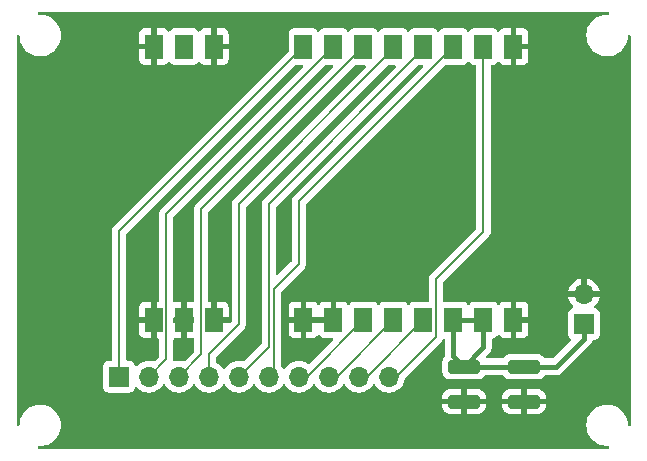
<source format=gtl>
G04 #@! TF.GenerationSoftware,KiCad,Pcbnew,8.0.8*
G04 #@! TF.CreationDate,2025-02-15T12:45:03+02:00*
G04 #@! TF.ProjectId,E900M30S shield,45393030-4d33-4305-9320-736869656c64,rev?*
G04 #@! TF.SameCoordinates,Original*
G04 #@! TF.FileFunction,Copper,L1,Top*
G04 #@! TF.FilePolarity,Positive*
%FSLAX46Y46*%
G04 Gerber Fmt 4.6, Leading zero omitted, Abs format (unit mm)*
G04 Created by KiCad (PCBNEW 8.0.8) date 2025-02-15 12:45:03*
%MOMM*%
%LPD*%
G01*
G04 APERTURE LIST*
G04 Aperture macros list*
%AMRoundRect*
0 Rectangle with rounded corners*
0 $1 Rounding radius*
0 $2 $3 $4 $5 $6 $7 $8 $9 X,Y pos of 4 corners*
0 Add a 4 corners polygon primitive as box body*
4,1,4,$2,$3,$4,$5,$6,$7,$8,$9,$2,$3,0*
0 Add four circle primitives for the rounded corners*
1,1,$1+$1,$2,$3*
1,1,$1+$1,$4,$5*
1,1,$1+$1,$6,$7*
1,1,$1+$1,$8,$9*
0 Add four rect primitives between the rounded corners*
20,1,$1+$1,$2,$3,$4,$5,0*
20,1,$1+$1,$4,$5,$6,$7,0*
20,1,$1+$1,$6,$7,$8,$9,0*
20,1,$1+$1,$8,$9,$2,$3,0*%
G04 Aperture macros list end*
G04 #@! TA.AperFunction,ComponentPad*
%ADD10R,1.700000X1.700000*%
G04 #@! TD*
G04 #@! TA.AperFunction,ComponentPad*
%ADD11O,1.700000X1.700000*%
G04 #@! TD*
G04 #@! TA.AperFunction,SMDPad,CuDef*
%ADD12RoundRect,0.250000X-1.100000X0.325000X-1.100000X-0.325000X1.100000X-0.325000X1.100000X0.325000X0*%
G04 #@! TD*
G04 #@! TA.AperFunction,SMDPad,CuDef*
%ADD13R,1.510000X2.080000*%
G04 #@! TD*
G04 #@! TA.AperFunction,ViaPad*
%ADD14C,0.600000*%
G04 #@! TD*
G04 #@! TA.AperFunction,Conductor*
%ADD15C,0.400000*%
G04 #@! TD*
G04 #@! TA.AperFunction,Conductor*
%ADD16C,0.200000*%
G04 #@! TD*
G04 APERTURE END LIST*
D10*
G04 #@! TO.P,J1,1*
G04 #@! TO.N,NSS*
X119380000Y-128905000D03*
D11*
G04 #@! TO.P,J1,2*
G04 #@! TO.N,SCK*
X121920000Y-128905000D03*
G04 #@! TO.P,J1,3*
G04 #@! TO.N,MOSI*
X124460000Y-128905000D03*
G04 #@! TO.P,J1,4*
G04 #@! TO.N,MISO*
X127000000Y-128905000D03*
G04 #@! TO.P,J1,5*
G04 #@! TO.N,RST*
X129540000Y-128905000D03*
G04 #@! TO.P,J1,6*
G04 #@! TO.N,BUSY*
X132080000Y-128905000D03*
G04 #@! TO.P,J1,7*
G04 #@! TO.N,RXEN*
X134620000Y-128905000D03*
G04 #@! TO.P,J1,8*
G04 #@! TO.N,TXEN*
X137160000Y-128905000D03*
G04 #@! TO.P,J1,9*
G04 #@! TO.N,DIO2*
X139700000Y-128905000D03*
G04 #@! TO.P,J1,10*
G04 #@! TO.N,DIO1*
X142240000Y-128905000D03*
G04 #@! TD*
D10*
G04 #@! TO.P,J2,1*
G04 #@! TO.N,+5V*
X158750000Y-124460000D03*
D11*
G04 #@! TO.P,J2,2*
G04 #@! TO.N,GND*
X158750000Y-121920000D03*
G04 #@! TD*
D12*
G04 #@! TO.P,C1,1*
G04 #@! TO.N,+5V*
X148590000Y-128065000D03*
G04 #@! TO.P,C1,2*
G04 #@! TO.N,GND*
X148590000Y-131015000D03*
G04 #@! TD*
D13*
G04 #@! TO.P,U1,1,GND*
G04 #@! TO.N,GND*
X122330000Y-124110000D03*
G04 #@! TO.P,U1,2,GND*
X124870000Y-124110000D03*
G04 #@! TO.P,U1,3,GND*
X127410000Y-124110000D03*
G04 #@! TO.P,U1,4,GND*
X135010000Y-124110000D03*
G04 #@! TO.P,U1,5,GND*
X137550000Y-124110000D03*
G04 #@! TO.P,U1,6,RXEN*
G04 #@! TO.N,RXEN*
X140090000Y-124110000D03*
G04 #@! TO.P,U1,7,TXEN*
G04 #@! TO.N,TXEN*
X142630000Y-124110000D03*
G04 #@! TO.P,U1,8,DIO2*
G04 #@! TO.N,DIO2*
X145170000Y-124110000D03*
G04 #@! TO.P,U1,9,VCC*
G04 #@! TO.N,+5V*
X147710000Y-124110000D03*
G04 #@! TO.P,U1,10,VCC*
X150250000Y-124110000D03*
G04 #@! TO.P,U1,11,GND*
G04 #@! TO.N,GND*
X152790000Y-124110000D03*
G04 #@! TO.P,U1,12,GND*
X152790000Y-100960000D03*
G04 #@! TO.P,U1,13,DIO1*
G04 #@! TO.N,DIO1*
X150250000Y-100960000D03*
G04 #@! TO.P,U1,14,BUSY*
G04 #@! TO.N,BUSY*
X147710000Y-100960000D03*
G04 #@! TO.P,U1,15,~{RST}*
G04 #@! TO.N,RST*
X145170000Y-100960000D03*
G04 #@! TO.P,U1,16,MISO*
G04 #@! TO.N,MISO*
X142630000Y-100960000D03*
G04 #@! TO.P,U1,17,MOSI*
G04 #@! TO.N,MOSI*
X140090000Y-100960000D03*
G04 #@! TO.P,U1,18,SCK*
G04 #@! TO.N,SCK*
X137550000Y-100960000D03*
G04 #@! TO.P,U1,19,NSS*
G04 #@! TO.N,NSS*
X135010000Y-100960000D03*
G04 #@! TO.P,U1,20,GND*
G04 #@! TO.N,GND*
X127410000Y-100960000D03*
G04 #@! TO.P,U1,21,ANT*
G04 #@! TO.N,unconnected-(U1-ANT-Pad21)*
X124870000Y-100960000D03*
G04 #@! TO.P,U1,22,GND*
G04 #@! TO.N,GND*
X122330000Y-100960000D03*
G04 #@! TD*
D12*
G04 #@! TO.P,C2,1*
G04 #@! TO.N,+5V*
X153670000Y-128065000D03*
G04 #@! TO.P,C2,2*
G04 #@! TO.N,GND*
X153670000Y-131015000D03*
G04 #@! TD*
D14*
G04 #@! TO.N,GND*
X130889632Y-121781551D03*
X122309986Y-103173605D03*
X152741659Y-121781551D03*
X127381931Y-103173605D03*
X133307102Y-116946612D03*
X135108353Y-121781551D03*
X152783863Y-103173605D03*
X127429333Y-121781551D03*
X124917061Y-121781551D03*
X137620625Y-121781551D03*
X122357387Y-121781551D03*
G04 #@! TD*
D15*
G04 #@! TO.N,+5V*
X158750000Y-125730000D02*
X156415000Y-128065000D01*
X148590000Y-128065000D02*
X147710000Y-127185000D01*
X156415000Y-128065000D02*
X153670000Y-128065000D01*
X148590000Y-128065000D02*
X150250000Y-126405000D01*
X147710000Y-124110000D02*
X150250000Y-124110000D01*
X147710000Y-127185000D02*
X147710000Y-124110000D01*
X153670000Y-128065000D02*
X148590000Y-128065000D01*
X150250000Y-126405000D02*
X150250000Y-124110000D01*
X158750000Y-124460000D02*
X158750000Y-125730000D01*
D16*
G04 #@! TO.N,GND*
X127000000Y-123700000D02*
X127410000Y-124110000D01*
X134620000Y-123720000D02*
X135010000Y-124110000D01*
G04 #@! TO.N,MISO*
X129540000Y-124460000D02*
X127000000Y-127000000D01*
X127000000Y-127000000D02*
X127000000Y-128905000D01*
X129540000Y-114300000D02*
X129540000Y-124460000D01*
X142630000Y-100960000D02*
X142630000Y-101210000D01*
X142630000Y-101210000D02*
X129540000Y-114300000D01*
G04 #@! TO.N,RXEN*
X135295000Y-128905000D02*
X134620000Y-128905000D01*
X140090000Y-124110000D02*
X135295000Y-128905000D01*
G04 #@! TO.N,MOSI*
X126355000Y-127010000D02*
X124460000Y-128905000D01*
X140090000Y-100960000D02*
X126355000Y-114695000D01*
X126355000Y-114695000D02*
X126355000Y-127010000D01*
G04 #@! TO.N,DIO1*
X150250000Y-116635000D02*
X146225000Y-120660000D01*
X142875000Y-128905000D02*
X142240000Y-128905000D01*
X150250000Y-100960000D02*
X150250000Y-116635000D01*
X146225000Y-125555000D02*
X142875000Y-128905000D01*
X146225000Y-120660000D02*
X146225000Y-125555000D01*
G04 #@! TO.N,NSS*
X135010000Y-100960000D02*
X119380000Y-116590000D01*
X119380000Y-116590000D02*
X119380000Y-128905000D01*
G04 #@! TO.N,DIO2*
X140375000Y-128905000D02*
X139700000Y-128905000D01*
X145170000Y-124110000D02*
X140375000Y-128905000D01*
G04 #@! TO.N,TXEN*
X137835000Y-128905000D02*
X137160000Y-128905000D01*
X142630000Y-124110000D02*
X137835000Y-128905000D01*
G04 #@! TO.N,BUSY*
X134620000Y-119380000D02*
X132480000Y-121520000D01*
X132610000Y-128905000D02*
X132080000Y-128905000D01*
X132480000Y-121520000D02*
X132480000Y-128505000D01*
X134620000Y-114050000D02*
X134620000Y-119380000D01*
X132480000Y-128505000D02*
X132080000Y-128905000D01*
X147710000Y-100960000D02*
X134620000Y-114050000D01*
G04 #@! TO.N,SCK*
X123385000Y-127440000D02*
X121920000Y-128905000D01*
X123385000Y-115125000D02*
X123385000Y-127440000D01*
X137550000Y-100960000D02*
X123385000Y-115125000D01*
G04 #@! TO.N,RST*
X132080000Y-114300000D02*
X132080000Y-126365000D01*
X145170000Y-100960000D02*
X145170000Y-101210000D01*
X145170000Y-101210000D02*
X132080000Y-114300000D01*
X132080000Y-126365000D02*
X129540000Y-128905000D01*
G04 #@! TD*
G04 #@! TA.AperFunction,Conductor*
G04 #@! TO.N,GND*
G36*
X142797941Y-102520184D02*
G01*
X142843696Y-102572988D01*
X142853640Y-102642146D01*
X142824615Y-102705702D01*
X142818583Y-102712180D01*
X131711286Y-113819478D01*
X131599481Y-113931282D01*
X131599479Y-113931285D01*
X131549361Y-114018094D01*
X131549359Y-114018096D01*
X131520425Y-114068209D01*
X131520424Y-114068210D01*
X131520423Y-114068215D01*
X131479499Y-114220943D01*
X131479499Y-114220945D01*
X131479499Y-114389046D01*
X131479500Y-114389059D01*
X131479500Y-126064902D01*
X131459815Y-126131941D01*
X131443181Y-126152583D01*
X130023530Y-127572233D01*
X129962207Y-127605718D01*
X129903756Y-127604327D01*
X129775413Y-127569938D01*
X129775403Y-127569936D01*
X129540001Y-127549341D01*
X129539999Y-127549341D01*
X129304596Y-127569936D01*
X129304586Y-127569938D01*
X129076344Y-127631094D01*
X129076335Y-127631098D01*
X128862171Y-127730964D01*
X128862169Y-127730965D01*
X128668597Y-127866505D01*
X128501505Y-128033597D01*
X128371575Y-128219158D01*
X128316998Y-128262783D01*
X128247500Y-128269977D01*
X128185145Y-128238454D01*
X128168425Y-128219158D01*
X128038494Y-128033597D01*
X127871402Y-127866506D01*
X127871395Y-127866501D01*
X127843673Y-127847090D01*
X127794518Y-127812671D01*
X127677831Y-127730965D01*
X127677826Y-127730962D01*
X127672091Y-127728288D01*
X127619653Y-127682113D01*
X127600500Y-127615908D01*
X127600500Y-127300096D01*
X127620185Y-127233057D01*
X127636814Y-127212420D01*
X129898506Y-124950727D01*
X129898511Y-124950724D01*
X129908714Y-124940520D01*
X129908716Y-124940520D01*
X130020520Y-124828716D01*
X130099577Y-124691784D01*
X130140500Y-124539057D01*
X130140500Y-114600097D01*
X130160185Y-114533058D01*
X130176819Y-114512416D01*
X142152417Y-102536818D01*
X142213740Y-102503333D01*
X142240098Y-102500499D01*
X142730902Y-102500499D01*
X142797941Y-102520184D01*
G37*
G04 #@! TD.AperFunction*
G04 #@! TA.AperFunction,Conductor*
G36*
X149067682Y-102266447D02*
G01*
X149079259Y-102279808D01*
X149137454Y-102357546D01*
X149137455Y-102357546D01*
X149137456Y-102357548D01*
X149252664Y-102443793D01*
X149252671Y-102443797D01*
X149297618Y-102460561D01*
X149387517Y-102494091D01*
X149447127Y-102500500D01*
X149525500Y-102500499D01*
X149592538Y-102520183D01*
X149638294Y-102572986D01*
X149649500Y-102624499D01*
X149649500Y-116334902D01*
X149629815Y-116401941D01*
X149613181Y-116422583D01*
X145744481Y-120291282D01*
X145744479Y-120291285D01*
X145694361Y-120378094D01*
X145694359Y-120378096D01*
X145665425Y-120428209D01*
X145665424Y-120428210D01*
X145649544Y-120487472D01*
X145624499Y-120580943D01*
X145624499Y-120580945D01*
X145624499Y-120749046D01*
X145624500Y-120749059D01*
X145624500Y-122445500D01*
X145604815Y-122512539D01*
X145552011Y-122558294D01*
X145500500Y-122569500D01*
X144367129Y-122569500D01*
X144367123Y-122569501D01*
X144307516Y-122575908D01*
X144172671Y-122626202D01*
X144172664Y-122626206D01*
X144057455Y-122712452D01*
X144057452Y-122712455D01*
X143999266Y-122790182D01*
X143943332Y-122832053D01*
X143873641Y-122837037D01*
X143812318Y-122803551D01*
X143800734Y-122790182D01*
X143742547Y-122712455D01*
X143742544Y-122712452D01*
X143627335Y-122626206D01*
X143627328Y-122626202D01*
X143492482Y-122575908D01*
X143492483Y-122575908D01*
X143432883Y-122569501D01*
X143432881Y-122569500D01*
X143432873Y-122569500D01*
X143432864Y-122569500D01*
X141827129Y-122569500D01*
X141827123Y-122569501D01*
X141767516Y-122575908D01*
X141632671Y-122626202D01*
X141632664Y-122626206D01*
X141517455Y-122712452D01*
X141517452Y-122712455D01*
X141459266Y-122790182D01*
X141403332Y-122832053D01*
X141333641Y-122837037D01*
X141272318Y-122803551D01*
X141260734Y-122790182D01*
X141202547Y-122712455D01*
X141202544Y-122712452D01*
X141087335Y-122626206D01*
X141087328Y-122626202D01*
X140952482Y-122575908D01*
X140952483Y-122575908D01*
X140892883Y-122569501D01*
X140892881Y-122569500D01*
X140892873Y-122569500D01*
X140892864Y-122569500D01*
X139287129Y-122569500D01*
X139287123Y-122569501D01*
X139227516Y-122575908D01*
X139092671Y-122626202D01*
X139092664Y-122626206D01*
X138977455Y-122712452D01*
X138977454Y-122712453D01*
X138918952Y-122790600D01*
X138863018Y-122832470D01*
X138793326Y-122837453D01*
X138732004Y-122803966D01*
X138720421Y-122790598D01*
X138662190Y-122712812D01*
X138662187Y-122712809D01*
X138547093Y-122626649D01*
X138547086Y-122626645D01*
X138412379Y-122576403D01*
X138412372Y-122576401D01*
X138352844Y-122570000D01*
X137800000Y-122570000D01*
X137800000Y-123986000D01*
X137780315Y-124053039D01*
X137727511Y-124098794D01*
X137676000Y-124110000D01*
X137550000Y-124110000D01*
X137550000Y-124236000D01*
X137530315Y-124303039D01*
X137477511Y-124348794D01*
X137426000Y-124360000D01*
X135260000Y-124360000D01*
X135260000Y-125650000D01*
X135812828Y-125650000D01*
X135812844Y-125649999D01*
X135872372Y-125643598D01*
X135872379Y-125643596D01*
X136007086Y-125593354D01*
X136007093Y-125593350D01*
X136122187Y-125507190D01*
X136122190Y-125507187D01*
X136180734Y-125428984D01*
X136236668Y-125387113D01*
X136306359Y-125382129D01*
X136367682Y-125415615D01*
X136379266Y-125428984D01*
X136437809Y-125507187D01*
X136437812Y-125507190D01*
X136552906Y-125593350D01*
X136552913Y-125593354D01*
X136687620Y-125643596D01*
X136687627Y-125643598D01*
X136747155Y-125649999D01*
X136747172Y-125650000D01*
X137401402Y-125650000D01*
X137468441Y-125669685D01*
X137514196Y-125722489D01*
X137524140Y-125791647D01*
X137495115Y-125855203D01*
X137489083Y-125861681D01*
X135560773Y-127789990D01*
X135499450Y-127823475D01*
X135429758Y-127818491D01*
X135401970Y-127803885D01*
X135297830Y-127730965D01*
X135297829Y-127730964D01*
X135297827Y-127730963D01*
X135184387Y-127678065D01*
X135083663Y-127631097D01*
X135083659Y-127631096D01*
X135083655Y-127631094D01*
X134855413Y-127569938D01*
X134855403Y-127569936D01*
X134620001Y-127549341D01*
X134619999Y-127549341D01*
X134384596Y-127569936D01*
X134384586Y-127569938D01*
X134156344Y-127631094D01*
X134156335Y-127631098D01*
X133942171Y-127730964D01*
X133942169Y-127730965D01*
X133748597Y-127866505D01*
X133581505Y-128033597D01*
X133451575Y-128219158D01*
X133396998Y-128262783D01*
X133327500Y-128269977D01*
X133265145Y-128238454D01*
X133248425Y-128219158D01*
X133118494Y-128033597D01*
X133116819Y-128031922D01*
X133116315Y-128031000D01*
X133115014Y-128029449D01*
X133115325Y-128029187D01*
X133083334Y-127970599D01*
X133080500Y-127944241D01*
X133080500Y-125197844D01*
X133755000Y-125197844D01*
X133761401Y-125257372D01*
X133761403Y-125257379D01*
X133811645Y-125392086D01*
X133811649Y-125392093D01*
X133897809Y-125507187D01*
X133897812Y-125507190D01*
X134012906Y-125593350D01*
X134012913Y-125593354D01*
X134147620Y-125643596D01*
X134147627Y-125643598D01*
X134207155Y-125649999D01*
X134207172Y-125650000D01*
X134760000Y-125650000D01*
X134760000Y-124360000D01*
X133755000Y-124360000D01*
X133755000Y-125197844D01*
X133080500Y-125197844D01*
X133080500Y-123022155D01*
X133755000Y-123022155D01*
X133755000Y-123860000D01*
X134760000Y-123860000D01*
X135260000Y-123860000D01*
X137300000Y-123860000D01*
X137300000Y-122570000D01*
X136747155Y-122570000D01*
X136687627Y-122576401D01*
X136687620Y-122576403D01*
X136552913Y-122626645D01*
X136552906Y-122626649D01*
X136437812Y-122712809D01*
X136379266Y-122791016D01*
X136323332Y-122832886D01*
X136253640Y-122837870D01*
X136192317Y-122804384D01*
X136180734Y-122791016D01*
X136122187Y-122712809D01*
X136007093Y-122626649D01*
X136007086Y-122626645D01*
X135872379Y-122576403D01*
X135872372Y-122576401D01*
X135812844Y-122570000D01*
X135260000Y-122570000D01*
X135260000Y-123860000D01*
X134760000Y-123860000D01*
X134760000Y-122570000D01*
X134207155Y-122570000D01*
X134147627Y-122576401D01*
X134147620Y-122576403D01*
X134012913Y-122626645D01*
X134012906Y-122626649D01*
X133897812Y-122712809D01*
X133897809Y-122712812D01*
X133811649Y-122827906D01*
X133811645Y-122827913D01*
X133761403Y-122962620D01*
X133761401Y-122962627D01*
X133755000Y-123022155D01*
X133080500Y-123022155D01*
X133080500Y-121820096D01*
X133100185Y-121753057D01*
X133116814Y-121732420D01*
X134988713Y-119860521D01*
X134988716Y-119860520D01*
X135100520Y-119748716D01*
X135150639Y-119661904D01*
X135179577Y-119611785D01*
X135220501Y-119459057D01*
X135220501Y-119300943D01*
X135220501Y-119293348D01*
X135220500Y-119293330D01*
X135220500Y-114350096D01*
X135240185Y-114283057D01*
X135256814Y-114262420D01*
X146982416Y-102536817D01*
X147043739Y-102503333D01*
X147070097Y-102500499D01*
X148512871Y-102500499D01*
X148512872Y-102500499D01*
X148572483Y-102494091D01*
X148707331Y-102443796D01*
X148822546Y-102357546D01*
X148880735Y-102279815D01*
X148936667Y-102237946D01*
X149006359Y-102232962D01*
X149067682Y-102266447D01*
G37*
G04 #@! TD.AperFunction*
G04 #@! TA.AperFunction,Conductor*
G36*
X134927942Y-102520184D02*
G01*
X134973697Y-102572988D01*
X134983641Y-102642146D01*
X134954616Y-102705702D01*
X134948584Y-102712180D01*
X122904481Y-114756282D01*
X122904479Y-114756285D01*
X122854361Y-114843094D01*
X122854359Y-114843096D01*
X122825425Y-114893209D01*
X122825424Y-114893210D01*
X122825423Y-114893215D01*
X122784499Y-115045943D01*
X122784499Y-115045945D01*
X122784499Y-115214046D01*
X122784500Y-115214059D01*
X122784500Y-122446000D01*
X122764815Y-122513039D01*
X122712011Y-122558794D01*
X122660500Y-122570000D01*
X122580000Y-122570000D01*
X122580000Y-123860000D01*
X122660500Y-123860000D01*
X122727539Y-123879685D01*
X122773294Y-123932489D01*
X122784500Y-123984000D01*
X122784500Y-124236000D01*
X122764815Y-124303039D01*
X122712011Y-124348794D01*
X122660500Y-124360000D01*
X122580000Y-124360000D01*
X122580000Y-125650000D01*
X122660500Y-125650000D01*
X122727539Y-125669685D01*
X122773294Y-125722489D01*
X122784500Y-125774000D01*
X122784500Y-127139902D01*
X122764815Y-127206941D01*
X122748181Y-127227583D01*
X122403530Y-127572233D01*
X122342207Y-127605718D01*
X122283756Y-127604327D01*
X122155413Y-127569938D01*
X122155403Y-127569936D01*
X121920001Y-127549341D01*
X121919999Y-127549341D01*
X121684596Y-127569936D01*
X121684586Y-127569938D01*
X121456344Y-127631094D01*
X121456335Y-127631098D01*
X121242171Y-127730964D01*
X121242169Y-127730965D01*
X121048600Y-127866503D01*
X120926673Y-127988430D01*
X120865350Y-128021914D01*
X120795658Y-128016930D01*
X120739725Y-127975058D01*
X120722810Y-127944081D01*
X120673797Y-127812671D01*
X120673793Y-127812664D01*
X120587547Y-127697455D01*
X120587544Y-127697452D01*
X120472335Y-127611206D01*
X120472328Y-127611202D01*
X120337482Y-127560908D01*
X120337483Y-127560908D01*
X120277883Y-127554501D01*
X120277881Y-127554500D01*
X120277873Y-127554500D01*
X120277865Y-127554500D01*
X120104500Y-127554500D01*
X120037461Y-127534815D01*
X119991706Y-127482011D01*
X119980500Y-127430500D01*
X119980500Y-125197844D01*
X121075000Y-125197844D01*
X121081401Y-125257372D01*
X121081403Y-125257379D01*
X121131645Y-125392086D01*
X121131649Y-125392093D01*
X121217809Y-125507187D01*
X121217812Y-125507190D01*
X121332906Y-125593350D01*
X121332913Y-125593354D01*
X121467620Y-125643596D01*
X121467627Y-125643598D01*
X121527155Y-125649999D01*
X121527172Y-125650000D01*
X122080000Y-125650000D01*
X122080000Y-124360000D01*
X121075000Y-124360000D01*
X121075000Y-125197844D01*
X119980500Y-125197844D01*
X119980500Y-123022155D01*
X121075000Y-123022155D01*
X121075000Y-123860000D01*
X122080000Y-123860000D01*
X122080000Y-122570000D01*
X121527155Y-122570000D01*
X121467627Y-122576401D01*
X121467620Y-122576403D01*
X121332913Y-122626645D01*
X121332906Y-122626649D01*
X121217812Y-122712809D01*
X121217809Y-122712812D01*
X121131649Y-122827906D01*
X121131645Y-122827913D01*
X121081403Y-122962620D01*
X121081401Y-122962627D01*
X121075000Y-123022155D01*
X119980500Y-123022155D01*
X119980500Y-116890096D01*
X120000185Y-116823057D01*
X120016814Y-116802420D01*
X134282416Y-102536817D01*
X134343739Y-102503333D01*
X134370097Y-102500499D01*
X134860903Y-102500499D01*
X134927942Y-102520184D01*
G37*
G04 #@! TD.AperFunction*
G04 #@! TA.AperFunction,Conductor*
G36*
X137467942Y-102520184D02*
G01*
X137513697Y-102572988D01*
X137523641Y-102642146D01*
X137494616Y-102705702D01*
X137488584Y-102712180D01*
X125874481Y-114326282D01*
X125874479Y-114326284D01*
X125860732Y-114350096D01*
X125844012Y-114379057D01*
X125795423Y-114463215D01*
X125754499Y-114615943D01*
X125754499Y-114615945D01*
X125754499Y-114784046D01*
X125754500Y-114784059D01*
X125754500Y-122446000D01*
X125734815Y-122513039D01*
X125682011Y-122558794D01*
X125630500Y-122570000D01*
X125120000Y-122570000D01*
X125120000Y-123860000D01*
X125630500Y-123860000D01*
X125697539Y-123879685D01*
X125743294Y-123932489D01*
X125754500Y-123984000D01*
X125754500Y-124236000D01*
X125734815Y-124303039D01*
X125682011Y-124348794D01*
X125630500Y-124360000D01*
X125120000Y-124360000D01*
X125120000Y-125650000D01*
X125630500Y-125650000D01*
X125697539Y-125669685D01*
X125743294Y-125722489D01*
X125754500Y-125774000D01*
X125754500Y-126709902D01*
X125734815Y-126776941D01*
X125718181Y-126797583D01*
X124943530Y-127572233D01*
X124882207Y-127605718D01*
X124823756Y-127604327D01*
X124695413Y-127569938D01*
X124695403Y-127569936D01*
X124460001Y-127549341D01*
X124459999Y-127549341D01*
X124224596Y-127569936D01*
X124224586Y-127569938D01*
X124141594Y-127592176D01*
X124071744Y-127590513D01*
X124013882Y-127551350D01*
X123986378Y-127487122D01*
X123985501Y-127472401D01*
X123985501Y-127353348D01*
X123985500Y-127353330D01*
X123985500Y-125774000D01*
X124005185Y-125706961D01*
X124057989Y-125661206D01*
X124109500Y-125650000D01*
X124620000Y-125650000D01*
X124620000Y-124360000D01*
X124109500Y-124360000D01*
X124042461Y-124340315D01*
X123996706Y-124287511D01*
X123985500Y-124236000D01*
X123985500Y-123984000D01*
X124005185Y-123916961D01*
X124057989Y-123871206D01*
X124109500Y-123860000D01*
X124620000Y-123860000D01*
X124620000Y-122570000D01*
X124109500Y-122570000D01*
X124042461Y-122550315D01*
X123996706Y-122497511D01*
X123985500Y-122446000D01*
X123985500Y-115425096D01*
X124005185Y-115358057D01*
X124021814Y-115337420D01*
X136822416Y-102536817D01*
X136883739Y-102503333D01*
X136910097Y-102500499D01*
X137400903Y-102500499D01*
X137467942Y-102520184D01*
G37*
G04 #@! TD.AperFunction*
G04 #@! TA.AperFunction,Conductor*
G36*
X140257941Y-102520184D02*
G01*
X140303696Y-102572988D01*
X140313640Y-102642146D01*
X140284615Y-102705702D01*
X140278583Y-102712180D01*
X129171286Y-113819478D01*
X129059481Y-113931282D01*
X129059479Y-113931285D01*
X129009361Y-114018094D01*
X129009359Y-114018096D01*
X128980425Y-114068209D01*
X128980424Y-114068210D01*
X128980423Y-114068215D01*
X128939499Y-114220943D01*
X128939499Y-114220945D01*
X128939499Y-114389046D01*
X128939500Y-114389059D01*
X128939500Y-124159903D01*
X128919815Y-124226942D01*
X128903185Y-124247579D01*
X128847726Y-124303039D01*
X128815563Y-124335202D01*
X128754239Y-124368686D01*
X128684548Y-124363702D01*
X128678788Y-124360000D01*
X127079500Y-124360000D01*
X127012461Y-124340315D01*
X126966706Y-124287511D01*
X126955500Y-124236000D01*
X126955500Y-123984000D01*
X126975185Y-123916961D01*
X127027989Y-123871206D01*
X127079500Y-123860000D01*
X127160000Y-123860000D01*
X127660000Y-123860000D01*
X128665000Y-123860000D01*
X128665000Y-123022172D01*
X128664999Y-123022155D01*
X128658598Y-122962627D01*
X128658596Y-122962620D01*
X128608354Y-122827913D01*
X128608350Y-122827906D01*
X128522190Y-122712812D01*
X128522187Y-122712809D01*
X128407093Y-122626649D01*
X128407086Y-122626645D01*
X128272379Y-122576403D01*
X128272372Y-122576401D01*
X128212844Y-122570000D01*
X127660000Y-122570000D01*
X127660000Y-123860000D01*
X127160000Y-123860000D01*
X127160000Y-122570000D01*
X127079500Y-122570000D01*
X127012461Y-122550315D01*
X126966706Y-122497511D01*
X126955500Y-122446000D01*
X126955500Y-114995096D01*
X126975185Y-114928057D01*
X126991814Y-114907420D01*
X139362416Y-102536817D01*
X139423739Y-102503333D01*
X139450097Y-102500499D01*
X140190902Y-102500499D01*
X140257941Y-102520184D01*
G37*
G04 #@! TD.AperFunction*
G04 #@! TA.AperFunction,Conductor*
G36*
X145087941Y-102520184D02*
G01*
X145133696Y-102572988D01*
X145143640Y-102642146D01*
X145114615Y-102705702D01*
X145108583Y-102712180D01*
X134251286Y-113569478D01*
X134139481Y-113681282D01*
X134139479Y-113681285D01*
X134089361Y-113768094D01*
X134089359Y-113768096D01*
X134060425Y-113818209D01*
X134060424Y-113818210D01*
X134060084Y-113819480D01*
X134019499Y-113970943D01*
X134019499Y-113970945D01*
X134019499Y-114139046D01*
X134019500Y-114139059D01*
X134019500Y-119079903D01*
X133999815Y-119146942D01*
X133983181Y-119167584D01*
X132892181Y-120258584D01*
X132830858Y-120292069D01*
X132761166Y-120287085D01*
X132705233Y-120245213D01*
X132680816Y-120179749D01*
X132680500Y-120170903D01*
X132680500Y-114600097D01*
X132700185Y-114533058D01*
X132716819Y-114512416D01*
X144692417Y-102536818D01*
X144753740Y-102503333D01*
X144780098Y-102500499D01*
X145020902Y-102500499D01*
X145087941Y-102520184D01*
G37*
G04 #@! TD.AperFunction*
G04 #@! TA.AperFunction,Conductor*
G36*
X160721121Y-98020020D02*
G01*
X160805223Y-98021520D01*
X160871901Y-98042397D01*
X160916707Y-98096008D01*
X160925416Y-98165333D01*
X160895262Y-98228361D01*
X160835820Y-98265081D01*
X160803012Y-98269500D01*
X160588812Y-98269500D01*
X160440452Y-98291863D01*
X160329385Y-98308604D01*
X160329382Y-98308605D01*
X160329376Y-98308606D01*
X160078673Y-98385938D01*
X159842303Y-98499767D01*
X159842302Y-98499768D01*
X159625520Y-98647567D01*
X159433198Y-98826014D01*
X159269614Y-99031143D01*
X159138432Y-99258356D01*
X159042582Y-99502578D01*
X159042576Y-99502597D01*
X158984197Y-99758374D01*
X158984196Y-99758379D01*
X158964592Y-100019995D01*
X158964592Y-100020004D01*
X158984196Y-100281620D01*
X158984197Y-100281625D01*
X159042576Y-100537402D01*
X159042578Y-100537411D01*
X159042580Y-100537416D01*
X159138432Y-100781643D01*
X159269614Y-101008857D01*
X159401736Y-101174533D01*
X159433198Y-101213985D01*
X159541962Y-101314902D01*
X159625521Y-101392433D01*
X159842296Y-101540228D01*
X159842301Y-101540230D01*
X159842302Y-101540231D01*
X159842303Y-101540232D01*
X159967843Y-101600688D01*
X160078673Y-101654061D01*
X160078674Y-101654061D01*
X160078677Y-101654063D01*
X160329385Y-101731396D01*
X160588818Y-101770500D01*
X160851182Y-101770500D01*
X161110615Y-101731396D01*
X161361323Y-101654063D01*
X161597704Y-101540228D01*
X161814479Y-101392433D01*
X162006805Y-101213981D01*
X162170386Y-101008857D01*
X162301568Y-100781643D01*
X162397420Y-100537416D01*
X162455802Y-100281630D01*
X162462910Y-100186779D01*
X162472347Y-100060852D01*
X162496986Y-99995471D01*
X162553061Y-99953790D01*
X162622769Y-99949042D01*
X162683979Y-99982735D01*
X162717255Y-100044172D01*
X162720000Y-100070118D01*
X162720000Y-132969881D01*
X162700315Y-133036920D01*
X162647511Y-133082675D01*
X162578353Y-133092619D01*
X162514797Y-133063594D01*
X162477023Y-133004816D01*
X162472347Y-132979147D01*
X162455803Y-132758379D01*
X162455802Y-132758374D01*
X162455802Y-132758370D01*
X162397420Y-132502584D01*
X162301568Y-132258357D01*
X162170386Y-132031143D01*
X162006805Y-131826019D01*
X162006804Y-131826018D01*
X162006801Y-131826014D01*
X161814479Y-131647567D01*
X161597704Y-131499772D01*
X161597700Y-131499770D01*
X161597697Y-131499768D01*
X161597696Y-131499767D01*
X161361325Y-131385938D01*
X161361327Y-131385938D01*
X161110623Y-131308606D01*
X161110619Y-131308605D01*
X161110615Y-131308604D01*
X160985823Y-131289794D01*
X160851187Y-131269500D01*
X160851182Y-131269500D01*
X160588818Y-131269500D01*
X160588812Y-131269500D01*
X160427247Y-131293853D01*
X160329385Y-131308604D01*
X160329382Y-131308605D01*
X160329376Y-131308606D01*
X160078673Y-131385938D01*
X159842303Y-131499767D01*
X159842302Y-131499768D01*
X159625520Y-131647567D01*
X159433198Y-131826014D01*
X159269614Y-132031143D01*
X159138432Y-132258356D01*
X159042582Y-132502578D01*
X159042576Y-132502597D01*
X158984197Y-132758374D01*
X158984196Y-132758379D01*
X158964592Y-133019995D01*
X158964592Y-133020004D01*
X158984196Y-133281620D01*
X158984197Y-133281625D01*
X159042576Y-133537402D01*
X159042578Y-133537411D01*
X159042580Y-133537416D01*
X159138432Y-133781643D01*
X159269614Y-134008857D01*
X159358562Y-134120394D01*
X159433198Y-134213985D01*
X159614753Y-134382441D01*
X159625521Y-134392433D01*
X159842296Y-134540228D01*
X159842301Y-134540230D01*
X159842302Y-134540231D01*
X159842303Y-134540232D01*
X159967843Y-134600688D01*
X160078673Y-134654061D01*
X160078674Y-134654061D01*
X160078677Y-134654063D01*
X160329385Y-134731396D01*
X160588818Y-134770500D01*
X160803012Y-134770500D01*
X160870051Y-134790185D01*
X160915806Y-134842989D01*
X160925750Y-134912147D01*
X160896725Y-134975703D01*
X160837947Y-135013477D01*
X160805223Y-135018480D01*
X160721121Y-135019980D01*
X160718910Y-135020000D01*
X112721090Y-135020000D01*
X112718879Y-135019980D01*
X112634777Y-135018480D01*
X112568099Y-134997603D01*
X112523293Y-134943992D01*
X112514584Y-134874667D01*
X112544738Y-134811639D01*
X112604180Y-134774919D01*
X112636988Y-134770500D01*
X112851182Y-134770500D01*
X113110615Y-134731396D01*
X113361323Y-134654063D01*
X113597704Y-134540228D01*
X113814479Y-134392433D01*
X113963733Y-134253945D01*
X114006801Y-134213985D01*
X114006801Y-134213983D01*
X114006805Y-134213981D01*
X114170386Y-134008857D01*
X114301568Y-133781643D01*
X114397420Y-133537416D01*
X114455802Y-133281630D01*
X114470091Y-133090957D01*
X114475408Y-133020004D01*
X114475408Y-133019995D01*
X114455803Y-132758379D01*
X114455802Y-132758374D01*
X114455802Y-132758370D01*
X114397420Y-132502584D01*
X114301568Y-132258357D01*
X114170386Y-132031143D01*
X114006805Y-131826019D01*
X114006804Y-131826018D01*
X114006801Y-131826014D01*
X113814479Y-131647567D01*
X113597704Y-131499772D01*
X113597700Y-131499770D01*
X113597697Y-131499768D01*
X113597696Y-131499767D01*
X113369731Y-131389986D01*
X146740001Y-131389986D01*
X146750494Y-131492697D01*
X146805641Y-131659119D01*
X146805643Y-131659124D01*
X146897684Y-131808345D01*
X147021654Y-131932315D01*
X147170875Y-132024356D01*
X147170880Y-132024358D01*
X147337302Y-132079505D01*
X147337309Y-132079506D01*
X147440019Y-132089999D01*
X148339999Y-132089999D01*
X148840000Y-132089999D01*
X149739972Y-132089999D01*
X149739986Y-132089998D01*
X149842697Y-132079505D01*
X150009119Y-132024358D01*
X150009124Y-132024356D01*
X150158345Y-131932315D01*
X150282315Y-131808345D01*
X150374356Y-131659124D01*
X150374358Y-131659119D01*
X150429505Y-131492697D01*
X150429506Y-131492690D01*
X150439999Y-131389986D01*
X151820001Y-131389986D01*
X151830494Y-131492697D01*
X151885641Y-131659119D01*
X151885643Y-131659124D01*
X151977684Y-131808345D01*
X152101654Y-131932315D01*
X152250875Y-132024356D01*
X152250880Y-132024358D01*
X152417302Y-132079505D01*
X152417309Y-132079506D01*
X152520019Y-132089999D01*
X153419999Y-132089999D01*
X153920000Y-132089999D01*
X154819972Y-132089999D01*
X154819986Y-132089998D01*
X154922697Y-132079505D01*
X155089119Y-132024358D01*
X155089124Y-132024356D01*
X155238345Y-131932315D01*
X155362315Y-131808345D01*
X155454356Y-131659124D01*
X155454358Y-131659119D01*
X155509505Y-131492697D01*
X155509506Y-131492690D01*
X155519999Y-131389986D01*
X155520000Y-131389973D01*
X155520000Y-131265000D01*
X153920000Y-131265000D01*
X153920000Y-132089999D01*
X153419999Y-132089999D01*
X153420000Y-132089998D01*
X153420000Y-131265000D01*
X151820001Y-131265000D01*
X151820001Y-131389986D01*
X150439999Y-131389986D01*
X150440000Y-131389973D01*
X150440000Y-131265000D01*
X148840000Y-131265000D01*
X148840000Y-132089999D01*
X148339999Y-132089999D01*
X148340000Y-132089998D01*
X148340000Y-131265000D01*
X146740001Y-131265000D01*
X146740001Y-131389986D01*
X113369731Y-131389986D01*
X113361325Y-131385938D01*
X113361327Y-131385938D01*
X113110623Y-131308606D01*
X113110619Y-131308605D01*
X113110615Y-131308604D01*
X112985823Y-131289794D01*
X112851187Y-131269500D01*
X112851182Y-131269500D01*
X112588818Y-131269500D01*
X112588812Y-131269500D01*
X112427247Y-131293853D01*
X112329385Y-131308604D01*
X112329382Y-131308605D01*
X112329376Y-131308606D01*
X112078673Y-131385938D01*
X111842303Y-131499767D01*
X111842302Y-131499768D01*
X111625520Y-131647567D01*
X111433198Y-131826014D01*
X111269614Y-132031143D01*
X111138432Y-132258356D01*
X111042582Y-132502578D01*
X111042576Y-132502597D01*
X110984197Y-132758374D01*
X110984196Y-132758379D01*
X110967653Y-132979147D01*
X110943014Y-133044528D01*
X110886939Y-133086209D01*
X110817230Y-133090957D01*
X110756021Y-133057264D01*
X110722745Y-132995827D01*
X110720000Y-132969881D01*
X110720000Y-130640013D01*
X146740000Y-130640013D01*
X146740000Y-130765000D01*
X148340000Y-130765000D01*
X148840000Y-130765000D01*
X150439999Y-130765000D01*
X150439999Y-130640028D01*
X150439998Y-130640013D01*
X151820000Y-130640013D01*
X151820000Y-130765000D01*
X153420000Y-130765000D01*
X153920000Y-130765000D01*
X155519999Y-130765000D01*
X155519999Y-130640028D01*
X155519998Y-130640013D01*
X155509505Y-130537302D01*
X155454358Y-130370880D01*
X155454356Y-130370875D01*
X155362315Y-130221654D01*
X155238345Y-130097684D01*
X155089124Y-130005643D01*
X155089119Y-130005641D01*
X154922697Y-129950494D01*
X154922690Y-129950493D01*
X154819986Y-129940000D01*
X153920000Y-129940000D01*
X153920000Y-130765000D01*
X153420000Y-130765000D01*
X153420000Y-129940000D01*
X152520028Y-129940000D01*
X152520012Y-129940001D01*
X152417302Y-129950494D01*
X152250880Y-130005641D01*
X152250875Y-130005643D01*
X152101654Y-130097684D01*
X151977684Y-130221654D01*
X151885643Y-130370875D01*
X151885641Y-130370880D01*
X151830494Y-130537302D01*
X151830493Y-130537309D01*
X151820000Y-130640013D01*
X150439998Y-130640013D01*
X150429505Y-130537302D01*
X150374358Y-130370880D01*
X150374356Y-130370875D01*
X150282315Y-130221654D01*
X150158345Y-130097684D01*
X150009124Y-130005643D01*
X150009119Y-130005641D01*
X149842697Y-129950494D01*
X149842690Y-129950493D01*
X149739986Y-129940000D01*
X148840000Y-129940000D01*
X148840000Y-130765000D01*
X148340000Y-130765000D01*
X148340000Y-129940000D01*
X147440028Y-129940000D01*
X147440012Y-129940001D01*
X147337302Y-129950494D01*
X147170880Y-130005641D01*
X147170875Y-130005643D01*
X147021654Y-130097684D01*
X146897684Y-130221654D01*
X146805643Y-130370875D01*
X146805641Y-130370880D01*
X146750494Y-130537302D01*
X146750493Y-130537309D01*
X146740000Y-130640013D01*
X110720000Y-130640013D01*
X110720000Y-128007135D01*
X118029500Y-128007135D01*
X118029500Y-129802870D01*
X118029501Y-129802876D01*
X118035908Y-129862483D01*
X118086202Y-129997328D01*
X118086206Y-129997335D01*
X118172452Y-130112544D01*
X118172455Y-130112547D01*
X118287664Y-130198793D01*
X118287671Y-130198797D01*
X118422517Y-130249091D01*
X118422516Y-130249091D01*
X118429444Y-130249835D01*
X118482127Y-130255500D01*
X120277872Y-130255499D01*
X120337483Y-130249091D01*
X120472331Y-130198796D01*
X120587546Y-130112546D01*
X120673796Y-129997331D01*
X120722810Y-129865916D01*
X120764681Y-129809984D01*
X120830145Y-129785566D01*
X120898418Y-129800417D01*
X120926673Y-129821569D01*
X121048599Y-129943495D01*
X121145384Y-130011265D01*
X121242165Y-130079032D01*
X121242167Y-130079033D01*
X121242170Y-130079035D01*
X121456337Y-130178903D01*
X121684592Y-130240063D01*
X121861034Y-130255500D01*
X121919999Y-130260659D01*
X121920000Y-130260659D01*
X121920001Y-130260659D01*
X121978966Y-130255500D01*
X122155408Y-130240063D01*
X122383663Y-130178903D01*
X122597830Y-130079035D01*
X122791401Y-129943495D01*
X122958495Y-129776401D01*
X123088425Y-129590842D01*
X123143002Y-129547217D01*
X123212500Y-129540023D01*
X123274855Y-129571546D01*
X123291575Y-129590842D01*
X123421500Y-129776395D01*
X123421505Y-129776401D01*
X123588599Y-129943495D01*
X123685384Y-130011265D01*
X123782165Y-130079032D01*
X123782167Y-130079033D01*
X123782170Y-130079035D01*
X123996337Y-130178903D01*
X124224592Y-130240063D01*
X124401034Y-130255500D01*
X124459999Y-130260659D01*
X124460000Y-130260659D01*
X124460001Y-130260659D01*
X124518966Y-130255500D01*
X124695408Y-130240063D01*
X124923663Y-130178903D01*
X125137830Y-130079035D01*
X125331401Y-129943495D01*
X125498495Y-129776401D01*
X125628425Y-129590842D01*
X125683002Y-129547217D01*
X125752500Y-129540023D01*
X125814855Y-129571546D01*
X125831575Y-129590842D01*
X125961500Y-129776395D01*
X125961505Y-129776401D01*
X126128599Y-129943495D01*
X126225384Y-130011265D01*
X126322165Y-130079032D01*
X126322167Y-130079033D01*
X126322170Y-130079035D01*
X126536337Y-130178903D01*
X126764592Y-130240063D01*
X126941034Y-130255500D01*
X126999999Y-130260659D01*
X127000000Y-130260659D01*
X127000001Y-130260659D01*
X127058966Y-130255500D01*
X127235408Y-130240063D01*
X127463663Y-130178903D01*
X127677830Y-130079035D01*
X127871401Y-129943495D01*
X128038495Y-129776401D01*
X128168425Y-129590842D01*
X128223002Y-129547217D01*
X128292500Y-129540023D01*
X128354855Y-129571546D01*
X128371575Y-129590842D01*
X128501500Y-129776395D01*
X128501505Y-129776401D01*
X128668599Y-129943495D01*
X128765384Y-130011265D01*
X128862165Y-130079032D01*
X128862167Y-130079033D01*
X128862170Y-130079035D01*
X129076337Y-130178903D01*
X129304592Y-130240063D01*
X129481034Y-130255500D01*
X129539999Y-130260659D01*
X129540000Y-130260659D01*
X129540001Y-130260659D01*
X129598966Y-130255500D01*
X129775408Y-130240063D01*
X130003663Y-130178903D01*
X130217830Y-130079035D01*
X130411401Y-129943495D01*
X130578495Y-129776401D01*
X130708425Y-129590842D01*
X130763002Y-129547217D01*
X130832500Y-129540023D01*
X130894855Y-129571546D01*
X130911575Y-129590842D01*
X131041500Y-129776395D01*
X131041505Y-129776401D01*
X131208599Y-129943495D01*
X131305384Y-130011265D01*
X131402165Y-130079032D01*
X131402167Y-130079033D01*
X131402170Y-130079035D01*
X131616337Y-130178903D01*
X131844592Y-130240063D01*
X132021034Y-130255500D01*
X132079999Y-130260659D01*
X132080000Y-130260659D01*
X132080001Y-130260659D01*
X132138966Y-130255500D01*
X132315408Y-130240063D01*
X132543663Y-130178903D01*
X132757830Y-130079035D01*
X132951401Y-129943495D01*
X133118495Y-129776401D01*
X133248425Y-129590842D01*
X133303002Y-129547217D01*
X133372500Y-129540023D01*
X133434855Y-129571546D01*
X133451575Y-129590842D01*
X133581500Y-129776395D01*
X133581505Y-129776401D01*
X133748599Y-129943495D01*
X133845384Y-130011265D01*
X133942165Y-130079032D01*
X133942167Y-130079033D01*
X133942170Y-130079035D01*
X134156337Y-130178903D01*
X134384592Y-130240063D01*
X134561034Y-130255500D01*
X134619999Y-130260659D01*
X134620000Y-130260659D01*
X134620001Y-130260659D01*
X134678966Y-130255500D01*
X134855408Y-130240063D01*
X135083663Y-130178903D01*
X135297830Y-130079035D01*
X135491401Y-129943495D01*
X135658495Y-129776401D01*
X135788425Y-129590842D01*
X135843002Y-129547217D01*
X135912500Y-129540023D01*
X135974855Y-129571546D01*
X135991575Y-129590842D01*
X136121500Y-129776395D01*
X136121505Y-129776401D01*
X136288599Y-129943495D01*
X136385384Y-130011265D01*
X136482165Y-130079032D01*
X136482167Y-130079033D01*
X136482170Y-130079035D01*
X136696337Y-130178903D01*
X136924592Y-130240063D01*
X137101034Y-130255500D01*
X137159999Y-130260659D01*
X137160000Y-130260659D01*
X137160001Y-130260659D01*
X137218966Y-130255500D01*
X137395408Y-130240063D01*
X137623663Y-130178903D01*
X137837830Y-130079035D01*
X138031401Y-129943495D01*
X138198495Y-129776401D01*
X138328425Y-129590842D01*
X138383002Y-129547217D01*
X138452500Y-129540023D01*
X138514855Y-129571546D01*
X138531575Y-129590842D01*
X138661500Y-129776395D01*
X138661505Y-129776401D01*
X138828599Y-129943495D01*
X138925384Y-130011265D01*
X139022165Y-130079032D01*
X139022167Y-130079033D01*
X139022170Y-130079035D01*
X139236337Y-130178903D01*
X139464592Y-130240063D01*
X139641034Y-130255500D01*
X139699999Y-130260659D01*
X139700000Y-130260659D01*
X139700001Y-130260659D01*
X139758966Y-130255500D01*
X139935408Y-130240063D01*
X140163663Y-130178903D01*
X140377830Y-130079035D01*
X140571401Y-129943495D01*
X140738495Y-129776401D01*
X140868425Y-129590842D01*
X140923002Y-129547217D01*
X140992500Y-129540023D01*
X141054855Y-129571546D01*
X141071575Y-129590842D01*
X141201500Y-129776395D01*
X141201505Y-129776401D01*
X141368599Y-129943495D01*
X141465384Y-130011265D01*
X141562165Y-130079032D01*
X141562167Y-130079033D01*
X141562170Y-130079035D01*
X141776337Y-130178903D01*
X142004592Y-130240063D01*
X142181034Y-130255500D01*
X142239999Y-130260659D01*
X142240000Y-130260659D01*
X142240001Y-130260659D01*
X142298966Y-130255500D01*
X142475408Y-130240063D01*
X142703663Y-130178903D01*
X142917830Y-130079035D01*
X143111401Y-129943495D01*
X143278495Y-129776401D01*
X143414035Y-129582830D01*
X143513903Y-129368663D01*
X143575063Y-129140408D01*
X143579397Y-129090862D01*
X143604849Y-129025795D01*
X143615236Y-129013997D01*
X146583506Y-126045728D01*
X146583511Y-126045724D01*
X146593714Y-126035520D01*
X146593716Y-126035520D01*
X146705520Y-125923716D01*
X146778113Y-125797980D01*
X146828679Y-125749765D01*
X146897286Y-125736541D01*
X146962151Y-125762509D01*
X147002680Y-125819423D01*
X147009500Y-125859980D01*
X147009500Y-127107770D01*
X146989815Y-127174809D01*
X146973181Y-127195451D01*
X146897289Y-127271342D01*
X146805187Y-127420663D01*
X146805185Y-127420668D01*
X146792042Y-127460331D01*
X146750001Y-127587203D01*
X146750001Y-127587204D01*
X146750000Y-127587204D01*
X146739500Y-127689983D01*
X146739500Y-128440001D01*
X146739501Y-128440019D01*
X146750000Y-128542796D01*
X146750001Y-128542799D01*
X146805185Y-128709331D01*
X146805187Y-128709336D01*
X146839829Y-128765500D01*
X146897288Y-128858656D01*
X147021344Y-128982712D01*
X147170666Y-129074814D01*
X147337203Y-129129999D01*
X147439991Y-129140500D01*
X149740008Y-129140499D01*
X149740919Y-129140406D01*
X149757895Y-129138671D01*
X149842797Y-129129999D01*
X150009334Y-129074814D01*
X150158656Y-128982712D01*
X150282712Y-128858656D01*
X150303839Y-128824402D01*
X150355787Y-128777679D01*
X150409378Y-128765500D01*
X151850622Y-128765500D01*
X151917661Y-128785185D01*
X151956159Y-128824401D01*
X151977288Y-128858656D01*
X152101344Y-128982712D01*
X152250666Y-129074814D01*
X152417203Y-129129999D01*
X152519991Y-129140500D01*
X154820008Y-129140499D01*
X154820919Y-129140406D01*
X154837895Y-129138671D01*
X154922797Y-129129999D01*
X155089334Y-129074814D01*
X155238656Y-128982712D01*
X155362712Y-128858656D01*
X155383839Y-128824402D01*
X155435787Y-128777679D01*
X155489378Y-128765500D01*
X156483996Y-128765500D01*
X156575040Y-128747389D01*
X156619328Y-128738580D01*
X156689942Y-128709331D01*
X156746807Y-128685777D01*
X156746808Y-128685776D01*
X156746811Y-128685775D01*
X156861543Y-128609114D01*
X159294114Y-126176543D01*
X159370775Y-126061811D01*
X159377439Y-126045724D01*
X159423578Y-125934332D01*
X159423580Y-125934328D01*
X159428358Y-125910306D01*
X159460742Y-125848398D01*
X159521457Y-125813823D01*
X159549975Y-125810499D01*
X159647871Y-125810499D01*
X159647872Y-125810499D01*
X159707483Y-125804091D01*
X159842331Y-125753796D01*
X159957546Y-125667546D01*
X160043796Y-125552331D01*
X160094091Y-125417483D01*
X160100500Y-125357873D01*
X160100499Y-123562128D01*
X160094091Y-123502517D01*
X160043796Y-123367669D01*
X160043795Y-123367668D01*
X160043793Y-123367664D01*
X159957547Y-123252455D01*
X159957544Y-123252452D01*
X159842335Y-123166206D01*
X159842328Y-123166202D01*
X159710401Y-123116997D01*
X159654467Y-123075126D01*
X159630050Y-123009662D01*
X159644902Y-122941389D01*
X159666053Y-122913133D01*
X159788108Y-122791078D01*
X159923600Y-122597578D01*
X160023429Y-122383492D01*
X160023432Y-122383486D01*
X160080636Y-122170000D01*
X159183012Y-122170000D01*
X159215925Y-122112993D01*
X159250000Y-121985826D01*
X159250000Y-121854174D01*
X159215925Y-121727007D01*
X159183012Y-121670000D01*
X160080636Y-121670000D01*
X160080635Y-121669999D01*
X160023432Y-121456513D01*
X160023429Y-121456507D01*
X159923600Y-121242422D01*
X159923599Y-121242420D01*
X159788113Y-121048926D01*
X159788108Y-121048920D01*
X159621082Y-120881894D01*
X159427578Y-120746399D01*
X159213492Y-120646570D01*
X159213486Y-120646567D01*
X159000000Y-120589364D01*
X159000000Y-121486988D01*
X158942993Y-121454075D01*
X158815826Y-121420000D01*
X158684174Y-121420000D01*
X158557007Y-121454075D01*
X158500000Y-121486988D01*
X158500000Y-120589364D01*
X158499999Y-120589364D01*
X158286513Y-120646567D01*
X158286507Y-120646570D01*
X158072422Y-120746399D01*
X158072420Y-120746400D01*
X157878926Y-120881886D01*
X157878920Y-120881891D01*
X157711891Y-121048920D01*
X157711886Y-121048926D01*
X157576400Y-121242420D01*
X157576399Y-121242422D01*
X157476570Y-121456507D01*
X157476567Y-121456513D01*
X157419364Y-121669999D01*
X157419364Y-121670000D01*
X158316988Y-121670000D01*
X158284075Y-121727007D01*
X158250000Y-121854174D01*
X158250000Y-121985826D01*
X158284075Y-122112993D01*
X158316988Y-122170000D01*
X157419364Y-122170000D01*
X157476567Y-122383486D01*
X157476570Y-122383492D01*
X157576399Y-122597578D01*
X157711894Y-122791082D01*
X157833946Y-122913134D01*
X157867431Y-122974457D01*
X157862447Y-123044149D01*
X157820575Y-123100082D01*
X157789598Y-123116997D01*
X157657671Y-123166202D01*
X157657664Y-123166206D01*
X157542455Y-123252452D01*
X157542452Y-123252455D01*
X157456206Y-123367664D01*
X157456202Y-123367671D01*
X157405908Y-123502517D01*
X157399501Y-123562116D01*
X157399501Y-123562123D01*
X157399500Y-123562135D01*
X157399500Y-125357870D01*
X157399501Y-125357876D01*
X157405908Y-125417483D01*
X157456202Y-125552328D01*
X157456206Y-125552335D01*
X157542452Y-125667544D01*
X157542455Y-125667547D01*
X157587647Y-125701378D01*
X157629518Y-125757311D01*
X157634502Y-125827003D01*
X157601017Y-125888325D01*
X156161162Y-127328181D01*
X156099839Y-127361666D01*
X156073481Y-127364500D01*
X155489378Y-127364500D01*
X155422339Y-127344815D01*
X155383839Y-127305597D01*
X155375459Y-127292011D01*
X155362712Y-127271344D01*
X155238656Y-127147288D01*
X155089334Y-127055186D01*
X154922797Y-127000001D01*
X154922795Y-127000000D01*
X154820010Y-126989500D01*
X152519998Y-126989500D01*
X152519981Y-126989501D01*
X152417203Y-127000000D01*
X152417200Y-127000001D01*
X152250668Y-127055185D01*
X152250663Y-127055187D01*
X152101342Y-127147289D01*
X151977289Y-127271342D01*
X151956161Y-127305597D01*
X151904213Y-127352321D01*
X151850622Y-127364500D01*
X150580519Y-127364500D01*
X150513480Y-127344815D01*
X150467725Y-127292011D01*
X150457781Y-127222853D01*
X150486806Y-127159297D01*
X150492838Y-127152819D01*
X150794112Y-126851545D01*
X150794112Y-126851544D01*
X150794114Y-126851543D01*
X150870775Y-126736811D01*
X150923580Y-126609328D01*
X150950500Y-126473993D01*
X150950500Y-126336006D01*
X150950500Y-125772888D01*
X150970185Y-125705849D01*
X151022989Y-125660094D01*
X151061244Y-125649598D01*
X151112483Y-125644091D01*
X151247331Y-125593796D01*
X151362546Y-125507546D01*
X151388618Y-125472717D01*
X151421046Y-125429401D01*
X151476979Y-125387530D01*
X151546671Y-125382546D01*
X151607994Y-125416032D01*
X151619578Y-125429401D01*
X151677809Y-125507187D01*
X151677812Y-125507190D01*
X151792906Y-125593350D01*
X151792913Y-125593354D01*
X151927620Y-125643596D01*
X151927627Y-125643598D01*
X151987155Y-125649999D01*
X151987172Y-125650000D01*
X152540000Y-125650000D01*
X153040000Y-125650000D01*
X153592828Y-125650000D01*
X153592844Y-125649999D01*
X153652372Y-125643598D01*
X153652379Y-125643596D01*
X153787086Y-125593354D01*
X153787093Y-125593350D01*
X153902187Y-125507190D01*
X153902190Y-125507187D01*
X153988350Y-125392093D01*
X153988354Y-125392086D01*
X154038596Y-125257379D01*
X154038598Y-125257372D01*
X154044999Y-125197844D01*
X154045000Y-125197827D01*
X154045000Y-124360000D01*
X153040000Y-124360000D01*
X153040000Y-125650000D01*
X152540000Y-125650000D01*
X152540000Y-123860000D01*
X153040000Y-123860000D01*
X154045000Y-123860000D01*
X154045000Y-123022172D01*
X154044999Y-123022155D01*
X154038598Y-122962627D01*
X154038596Y-122962620D01*
X153988354Y-122827913D01*
X153988350Y-122827906D01*
X153902190Y-122712812D01*
X153902187Y-122712809D01*
X153787093Y-122626649D01*
X153787086Y-122626645D01*
X153652379Y-122576403D01*
X153652372Y-122576401D01*
X153592844Y-122570000D01*
X153040000Y-122570000D01*
X153040000Y-123860000D01*
X152540000Y-123860000D01*
X152540000Y-122570000D01*
X151987155Y-122570000D01*
X151927627Y-122576401D01*
X151927620Y-122576403D01*
X151792913Y-122626645D01*
X151792906Y-122626649D01*
X151677812Y-122712809D01*
X151619578Y-122790599D01*
X151563644Y-122832469D01*
X151493952Y-122837453D01*
X151432629Y-122803967D01*
X151421046Y-122790599D01*
X151362814Y-122712812D01*
X151362546Y-122712454D01*
X151362544Y-122712453D01*
X151362544Y-122712452D01*
X151247335Y-122626206D01*
X151247328Y-122626202D01*
X151112482Y-122575908D01*
X151112483Y-122575908D01*
X151052883Y-122569501D01*
X151052881Y-122569500D01*
X151052873Y-122569500D01*
X151052864Y-122569500D01*
X149447129Y-122569500D01*
X149447123Y-122569501D01*
X149387516Y-122575908D01*
X149252671Y-122626202D01*
X149252664Y-122626206D01*
X149137455Y-122712452D01*
X149137452Y-122712455D01*
X149079266Y-122790182D01*
X149023332Y-122832053D01*
X148953641Y-122837037D01*
X148892318Y-122803551D01*
X148880734Y-122790182D01*
X148822547Y-122712455D01*
X148822544Y-122712452D01*
X148707335Y-122626206D01*
X148707328Y-122626202D01*
X148572482Y-122575908D01*
X148572483Y-122575908D01*
X148512883Y-122569501D01*
X148512881Y-122569500D01*
X148512873Y-122569500D01*
X148512865Y-122569500D01*
X146949500Y-122569500D01*
X146882461Y-122549815D01*
X146836706Y-122497011D01*
X146825500Y-122445500D01*
X146825500Y-120960097D01*
X146845185Y-120893058D01*
X146861819Y-120872416D01*
X148654332Y-119079903D01*
X150730520Y-117003716D01*
X150809577Y-116866784D01*
X150850501Y-116714057D01*
X150850501Y-116555942D01*
X150850501Y-116548347D01*
X150850500Y-116548329D01*
X150850500Y-102624499D01*
X150870185Y-102557460D01*
X150922989Y-102511705D01*
X150974500Y-102500499D01*
X151052871Y-102500499D01*
X151052872Y-102500499D01*
X151112483Y-102494091D01*
X151247331Y-102443796D01*
X151362546Y-102357546D01*
X151388618Y-102322717D01*
X151421046Y-102279401D01*
X151476979Y-102237530D01*
X151546671Y-102232546D01*
X151607994Y-102266032D01*
X151619578Y-102279401D01*
X151677809Y-102357187D01*
X151677812Y-102357190D01*
X151792906Y-102443350D01*
X151792913Y-102443354D01*
X151927620Y-102493596D01*
X151927627Y-102493598D01*
X151987155Y-102499999D01*
X151987172Y-102500000D01*
X152540000Y-102500000D01*
X153040000Y-102500000D01*
X153592828Y-102500000D01*
X153592844Y-102499999D01*
X153652372Y-102493598D01*
X153652379Y-102493596D01*
X153787086Y-102443354D01*
X153787093Y-102443350D01*
X153902187Y-102357190D01*
X153902190Y-102357187D01*
X153988350Y-102242093D01*
X153988354Y-102242086D01*
X154038596Y-102107379D01*
X154038598Y-102107372D01*
X154044999Y-102047844D01*
X154045000Y-102047827D01*
X154045000Y-101210000D01*
X153040000Y-101210000D01*
X153040000Y-102500000D01*
X152540000Y-102500000D01*
X152540000Y-100710000D01*
X153040000Y-100710000D01*
X154045000Y-100710000D01*
X154045000Y-99872172D01*
X154044999Y-99872155D01*
X154038598Y-99812627D01*
X154038596Y-99812620D01*
X153988354Y-99677913D01*
X153988350Y-99677906D01*
X153902190Y-99562812D01*
X153902187Y-99562809D01*
X153787093Y-99476649D01*
X153787086Y-99476645D01*
X153652379Y-99426403D01*
X153652372Y-99426401D01*
X153592844Y-99420000D01*
X153040000Y-99420000D01*
X153040000Y-100710000D01*
X152540000Y-100710000D01*
X152540000Y-99420000D01*
X151987155Y-99420000D01*
X151927627Y-99426401D01*
X151927620Y-99426403D01*
X151792913Y-99476645D01*
X151792906Y-99476649D01*
X151677812Y-99562809D01*
X151619578Y-99640599D01*
X151563644Y-99682469D01*
X151493952Y-99687453D01*
X151432629Y-99653967D01*
X151421046Y-99640599D01*
X151362814Y-99562812D01*
X151362546Y-99562454D01*
X151362544Y-99562453D01*
X151362544Y-99562452D01*
X151247335Y-99476206D01*
X151247328Y-99476202D01*
X151112482Y-99425908D01*
X151112483Y-99425908D01*
X151052883Y-99419501D01*
X151052881Y-99419500D01*
X151052873Y-99419500D01*
X151052864Y-99419500D01*
X149447129Y-99419500D01*
X149447123Y-99419501D01*
X149387516Y-99425908D01*
X149252671Y-99476202D01*
X149252664Y-99476206D01*
X149137455Y-99562452D01*
X149137452Y-99562455D01*
X149079266Y-99640182D01*
X149023332Y-99682053D01*
X148953641Y-99687037D01*
X148892318Y-99653551D01*
X148880734Y-99640182D01*
X148822547Y-99562455D01*
X148822544Y-99562452D01*
X148707335Y-99476206D01*
X148707328Y-99476202D01*
X148572482Y-99425908D01*
X148572483Y-99425908D01*
X148512883Y-99419501D01*
X148512881Y-99419500D01*
X148512873Y-99419500D01*
X148512864Y-99419500D01*
X146907129Y-99419500D01*
X146907123Y-99419501D01*
X146847516Y-99425908D01*
X146712671Y-99476202D01*
X146712664Y-99476206D01*
X146597455Y-99562452D01*
X146597452Y-99562455D01*
X146539266Y-99640182D01*
X146483332Y-99682053D01*
X146413641Y-99687037D01*
X146352318Y-99653551D01*
X146340734Y-99640182D01*
X146282547Y-99562455D01*
X146282544Y-99562452D01*
X146167335Y-99476206D01*
X146167328Y-99476202D01*
X146032482Y-99425908D01*
X146032483Y-99425908D01*
X145972883Y-99419501D01*
X145972881Y-99419500D01*
X145972873Y-99419500D01*
X145972864Y-99419500D01*
X144367129Y-99419500D01*
X144367123Y-99419501D01*
X144307516Y-99425908D01*
X144172671Y-99476202D01*
X144172664Y-99476206D01*
X144057455Y-99562452D01*
X144057452Y-99562455D01*
X143999266Y-99640182D01*
X143943332Y-99682053D01*
X143873641Y-99687037D01*
X143812318Y-99653551D01*
X143800734Y-99640182D01*
X143742547Y-99562455D01*
X143742544Y-99562452D01*
X143627335Y-99476206D01*
X143627328Y-99476202D01*
X143492482Y-99425908D01*
X143492483Y-99425908D01*
X143432883Y-99419501D01*
X143432881Y-99419500D01*
X143432873Y-99419500D01*
X143432864Y-99419500D01*
X141827129Y-99419500D01*
X141827123Y-99419501D01*
X141767516Y-99425908D01*
X141632671Y-99476202D01*
X141632664Y-99476206D01*
X141517455Y-99562452D01*
X141517452Y-99562455D01*
X141459266Y-99640182D01*
X141403332Y-99682053D01*
X141333641Y-99687037D01*
X141272318Y-99653551D01*
X141260734Y-99640182D01*
X141202547Y-99562455D01*
X141202544Y-99562452D01*
X141087335Y-99476206D01*
X141087328Y-99476202D01*
X140952482Y-99425908D01*
X140952483Y-99425908D01*
X140892883Y-99419501D01*
X140892881Y-99419500D01*
X140892873Y-99419500D01*
X140892864Y-99419500D01*
X139287129Y-99419500D01*
X139287123Y-99419501D01*
X139227516Y-99425908D01*
X139092671Y-99476202D01*
X139092664Y-99476206D01*
X138977455Y-99562452D01*
X138977452Y-99562455D01*
X138919266Y-99640182D01*
X138863332Y-99682053D01*
X138793641Y-99687037D01*
X138732318Y-99653551D01*
X138720734Y-99640182D01*
X138662547Y-99562455D01*
X138662544Y-99562452D01*
X138547335Y-99476206D01*
X138547328Y-99476202D01*
X138412482Y-99425908D01*
X138412483Y-99425908D01*
X138352883Y-99419501D01*
X138352881Y-99419500D01*
X138352873Y-99419500D01*
X138352864Y-99419500D01*
X136747129Y-99419500D01*
X136747123Y-99419501D01*
X136687516Y-99425908D01*
X136552671Y-99476202D01*
X136552664Y-99476206D01*
X136437455Y-99562452D01*
X136437452Y-99562455D01*
X136379266Y-99640182D01*
X136323332Y-99682053D01*
X136253641Y-99687037D01*
X136192318Y-99653551D01*
X136180734Y-99640182D01*
X136122547Y-99562455D01*
X136122544Y-99562452D01*
X136007335Y-99476206D01*
X136007328Y-99476202D01*
X135872482Y-99425908D01*
X135872483Y-99425908D01*
X135812883Y-99419501D01*
X135812881Y-99419500D01*
X135812873Y-99419500D01*
X135812864Y-99419500D01*
X134207129Y-99419500D01*
X134207123Y-99419501D01*
X134147516Y-99425908D01*
X134012671Y-99476202D01*
X134012664Y-99476206D01*
X133897455Y-99562452D01*
X133897452Y-99562455D01*
X133811206Y-99677664D01*
X133811202Y-99677671D01*
X133760908Y-99812517D01*
X133754501Y-99872116D01*
X133754500Y-99872135D01*
X133754500Y-101314902D01*
X133734815Y-101381941D01*
X133718181Y-101402583D01*
X118899481Y-116221282D01*
X118899479Y-116221285D01*
X118849361Y-116308094D01*
X118849359Y-116308096D01*
X118820425Y-116358209D01*
X118820424Y-116358210D01*
X118820423Y-116358215D01*
X118779499Y-116510943D01*
X118779499Y-116510945D01*
X118779499Y-116679046D01*
X118779500Y-116679059D01*
X118779500Y-127430500D01*
X118759815Y-127497539D01*
X118707011Y-127543294D01*
X118655501Y-127554500D01*
X118482130Y-127554500D01*
X118482123Y-127554501D01*
X118422516Y-127560908D01*
X118287671Y-127611202D01*
X118287664Y-127611206D01*
X118172455Y-127697452D01*
X118172452Y-127697455D01*
X118086206Y-127812664D01*
X118086202Y-127812671D01*
X118035908Y-127947517D01*
X118029501Y-128007116D01*
X118029500Y-128007135D01*
X110720000Y-128007135D01*
X110720000Y-102047844D01*
X121075000Y-102047844D01*
X121081401Y-102107372D01*
X121081403Y-102107379D01*
X121131645Y-102242086D01*
X121131649Y-102242093D01*
X121217809Y-102357187D01*
X121217812Y-102357190D01*
X121332906Y-102443350D01*
X121332913Y-102443354D01*
X121467620Y-102493596D01*
X121467627Y-102493598D01*
X121527155Y-102499999D01*
X121527172Y-102500000D01*
X122080000Y-102500000D01*
X122080000Y-101210000D01*
X121075000Y-101210000D01*
X121075000Y-102047844D01*
X110720000Y-102047844D01*
X110720000Y-100070118D01*
X110739685Y-100003079D01*
X110792489Y-99957324D01*
X110861647Y-99947380D01*
X110925203Y-99976405D01*
X110962977Y-100035183D01*
X110967653Y-100060852D01*
X110984196Y-100281620D01*
X110984197Y-100281625D01*
X111042576Y-100537402D01*
X111042578Y-100537411D01*
X111042580Y-100537416D01*
X111138432Y-100781643D01*
X111269614Y-101008857D01*
X111401736Y-101174533D01*
X111433198Y-101213985D01*
X111541962Y-101314902D01*
X111625521Y-101392433D01*
X111842296Y-101540228D01*
X111842301Y-101540230D01*
X111842302Y-101540231D01*
X111842303Y-101540232D01*
X111967843Y-101600688D01*
X112078673Y-101654061D01*
X112078674Y-101654061D01*
X112078677Y-101654063D01*
X112329385Y-101731396D01*
X112588818Y-101770500D01*
X112851182Y-101770500D01*
X113110615Y-101731396D01*
X113361323Y-101654063D01*
X113597704Y-101540228D01*
X113814479Y-101392433D01*
X114006805Y-101213981D01*
X114170386Y-101008857D01*
X114301568Y-100781643D01*
X114397420Y-100537416D01*
X114455802Y-100281630D01*
X114462910Y-100186779D01*
X114475408Y-100020004D01*
X114475408Y-100019995D01*
X114464329Y-99872155D01*
X121075000Y-99872155D01*
X121075000Y-100710000D01*
X122080000Y-100710000D01*
X122080000Y-99420000D01*
X122580000Y-99420000D01*
X122580000Y-102500000D01*
X123132828Y-102500000D01*
X123132844Y-102499999D01*
X123192372Y-102493598D01*
X123192379Y-102493596D01*
X123327086Y-102443354D01*
X123327093Y-102443350D01*
X123442186Y-102357191D01*
X123500420Y-102279401D01*
X123556354Y-102237530D01*
X123626045Y-102232546D01*
X123687368Y-102266031D01*
X123698953Y-102279400D01*
X123744337Y-102340024D01*
X123757187Y-102357190D01*
X123757455Y-102357547D01*
X123872664Y-102443793D01*
X123872671Y-102443797D01*
X124007517Y-102494091D01*
X124007516Y-102494091D01*
X124014444Y-102494835D01*
X124067127Y-102500500D01*
X125672872Y-102500499D01*
X125732483Y-102494091D01*
X125867331Y-102443796D01*
X125982546Y-102357546D01*
X126008618Y-102322717D01*
X126041046Y-102279401D01*
X126096979Y-102237530D01*
X126166671Y-102232546D01*
X126227994Y-102266032D01*
X126239578Y-102279401D01*
X126297809Y-102357187D01*
X126297812Y-102357190D01*
X126412906Y-102443350D01*
X126412913Y-102443354D01*
X126547620Y-102493596D01*
X126547627Y-102493598D01*
X126607155Y-102499999D01*
X126607172Y-102500000D01*
X127160000Y-102500000D01*
X127660000Y-102500000D01*
X128212828Y-102500000D01*
X128212844Y-102499999D01*
X128272372Y-102493598D01*
X128272379Y-102493596D01*
X128407086Y-102443354D01*
X128407093Y-102443350D01*
X128522187Y-102357190D01*
X128522190Y-102357187D01*
X128608350Y-102242093D01*
X128608354Y-102242086D01*
X128658596Y-102107379D01*
X128658598Y-102107372D01*
X128664999Y-102047844D01*
X128665000Y-102047827D01*
X128665000Y-101210000D01*
X127660000Y-101210000D01*
X127660000Y-102500000D01*
X127160000Y-102500000D01*
X127160000Y-100710000D01*
X127660000Y-100710000D01*
X128665000Y-100710000D01*
X128665000Y-99872172D01*
X128664999Y-99872155D01*
X128658598Y-99812627D01*
X128658596Y-99812620D01*
X128608354Y-99677913D01*
X128608350Y-99677906D01*
X128522190Y-99562812D01*
X128522187Y-99562809D01*
X128407093Y-99476649D01*
X128407086Y-99476645D01*
X128272379Y-99426403D01*
X128272372Y-99426401D01*
X128212844Y-99420000D01*
X127660000Y-99420000D01*
X127660000Y-100710000D01*
X127160000Y-100710000D01*
X127160000Y-99420000D01*
X126607155Y-99420000D01*
X126547627Y-99426401D01*
X126547620Y-99426403D01*
X126412913Y-99476645D01*
X126412906Y-99476649D01*
X126297812Y-99562809D01*
X126239578Y-99640599D01*
X126183644Y-99682469D01*
X126113952Y-99687453D01*
X126052629Y-99653967D01*
X126041046Y-99640599D01*
X125982814Y-99562812D01*
X125982546Y-99562454D01*
X125982544Y-99562453D01*
X125982544Y-99562452D01*
X125867335Y-99476206D01*
X125867328Y-99476202D01*
X125732482Y-99425908D01*
X125732483Y-99425908D01*
X125672883Y-99419501D01*
X125672881Y-99419500D01*
X125672873Y-99419500D01*
X125672864Y-99419500D01*
X124067129Y-99419500D01*
X124067123Y-99419501D01*
X124007516Y-99425908D01*
X123872671Y-99476202D01*
X123872664Y-99476206D01*
X123757455Y-99562452D01*
X123757454Y-99562453D01*
X123698952Y-99640600D01*
X123643018Y-99682470D01*
X123573326Y-99687453D01*
X123512004Y-99653966D01*
X123500421Y-99640598D01*
X123442190Y-99562812D01*
X123442187Y-99562809D01*
X123327093Y-99476649D01*
X123327086Y-99476645D01*
X123192379Y-99426403D01*
X123192372Y-99426401D01*
X123132844Y-99420000D01*
X122580000Y-99420000D01*
X122080000Y-99420000D01*
X121527155Y-99420000D01*
X121467627Y-99426401D01*
X121467620Y-99426403D01*
X121332913Y-99476645D01*
X121332906Y-99476649D01*
X121217812Y-99562809D01*
X121217809Y-99562812D01*
X121131649Y-99677906D01*
X121131645Y-99677913D01*
X121081403Y-99812620D01*
X121081401Y-99812627D01*
X121075000Y-99872155D01*
X114464329Y-99872155D01*
X114455803Y-99758379D01*
X114455802Y-99758374D01*
X114455802Y-99758370D01*
X114397420Y-99502584D01*
X114301568Y-99258357D01*
X114170386Y-99031143D01*
X114006805Y-98826019D01*
X114006804Y-98826018D01*
X114006801Y-98826014D01*
X113814479Y-98647567D01*
X113597704Y-98499772D01*
X113597700Y-98499770D01*
X113597697Y-98499768D01*
X113597696Y-98499767D01*
X113361325Y-98385938D01*
X113361327Y-98385938D01*
X113110623Y-98308606D01*
X113110619Y-98308605D01*
X113110615Y-98308604D01*
X112985823Y-98289794D01*
X112851187Y-98269500D01*
X112851182Y-98269500D01*
X112636988Y-98269500D01*
X112569949Y-98249815D01*
X112524194Y-98197011D01*
X112514250Y-98127853D01*
X112543275Y-98064297D01*
X112602053Y-98026523D01*
X112634777Y-98021520D01*
X112718879Y-98020020D01*
X112721090Y-98020000D01*
X160718910Y-98020000D01*
X160721121Y-98020020D01*
G37*
G04 #@! TD.AperFunction*
G04 #@! TD*
M02*

</source>
